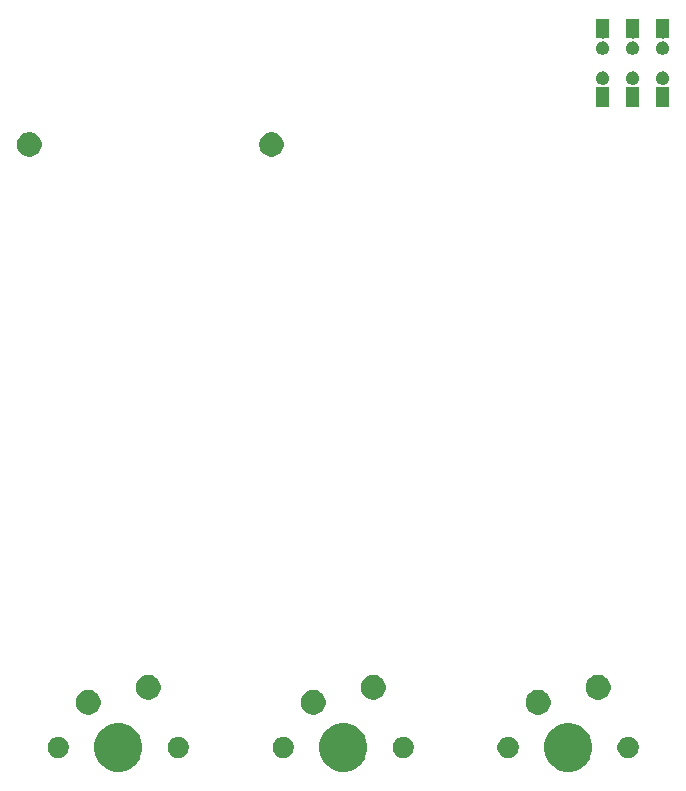
<source format=gbr>
G04 #@! TF.GenerationSoftware,KiCad,Pcbnew,(5.1.5)-3*
G04 #@! TF.CreationDate,2021-01-15T00:08:51-08:00*
G04 #@! TF.ProjectId,KHP2100,4b485032-3130-4302-9e6b-696361645f70,NC*
G04 #@! TF.SameCoordinates,Original*
G04 #@! TF.FileFunction,Soldermask,Bot*
G04 #@! TF.FilePolarity,Negative*
%FSLAX46Y46*%
G04 Gerber Fmt 4.6, Leading zero omitted, Abs format (unit mm)*
G04 Created by KiCad (PCBNEW (5.1.5)-3) date 2021-01-15 00:08:51*
%MOMM*%
%LPD*%
G04 APERTURE LIST*
%ADD10C,0.100000*%
G04 APERTURE END LIST*
D10*
G36*
X167794374Y-116206784D02*
G01*
X168012374Y-116297083D01*
X168166523Y-116360933D01*
X168501448Y-116584723D01*
X168786277Y-116869552D01*
X169010067Y-117204477D01*
X169073917Y-117358626D01*
X169164216Y-117576626D01*
X169242800Y-117971694D01*
X169242800Y-118374506D01*
X169164216Y-118769574D01*
X169080222Y-118972353D01*
X169010067Y-119141723D01*
X168786277Y-119476648D01*
X168501448Y-119761477D01*
X168166523Y-119985267D01*
X168012374Y-120049117D01*
X167794374Y-120139416D01*
X167399306Y-120218000D01*
X166996494Y-120218000D01*
X166601426Y-120139416D01*
X166383426Y-120049117D01*
X166229277Y-119985267D01*
X165894352Y-119761477D01*
X165609523Y-119476648D01*
X165385733Y-119141723D01*
X165315578Y-118972353D01*
X165231584Y-118769574D01*
X165153000Y-118374506D01*
X165153000Y-117971694D01*
X165231584Y-117576626D01*
X165321883Y-117358626D01*
X165385733Y-117204477D01*
X165609523Y-116869552D01*
X165894352Y-116584723D01*
X166229277Y-116360933D01*
X166383426Y-116297083D01*
X166601426Y-116206784D01*
X166996494Y-116128200D01*
X167399306Y-116128200D01*
X167794374Y-116206784D01*
G37*
G36*
X129699524Y-116206784D02*
G01*
X129917524Y-116297083D01*
X130071673Y-116360933D01*
X130406598Y-116584723D01*
X130691427Y-116869552D01*
X130915217Y-117204477D01*
X130979067Y-117358626D01*
X131069366Y-117576626D01*
X131147950Y-117971694D01*
X131147950Y-118374506D01*
X131069366Y-118769574D01*
X130985372Y-118972353D01*
X130915217Y-119141723D01*
X130691427Y-119476648D01*
X130406598Y-119761477D01*
X130071673Y-119985267D01*
X129917524Y-120049117D01*
X129699524Y-120139416D01*
X129304456Y-120218000D01*
X128901644Y-120218000D01*
X128506576Y-120139416D01*
X128288576Y-120049117D01*
X128134427Y-119985267D01*
X127799502Y-119761477D01*
X127514673Y-119476648D01*
X127290883Y-119141723D01*
X127220728Y-118972353D01*
X127136734Y-118769574D01*
X127058150Y-118374506D01*
X127058150Y-117971694D01*
X127136734Y-117576626D01*
X127227033Y-117358626D01*
X127290883Y-117204477D01*
X127514673Y-116869552D01*
X127799502Y-116584723D01*
X128134427Y-116360933D01*
X128288576Y-116297083D01*
X128506576Y-116206784D01*
X128901644Y-116128200D01*
X129304456Y-116128200D01*
X129699524Y-116206784D01*
G37*
G36*
X148749524Y-116206784D02*
G01*
X148967524Y-116297083D01*
X149121673Y-116360933D01*
X149456598Y-116584723D01*
X149741427Y-116869552D01*
X149965217Y-117204477D01*
X150029067Y-117358626D01*
X150119366Y-117576626D01*
X150197950Y-117971694D01*
X150197950Y-118374506D01*
X150119366Y-118769574D01*
X150035372Y-118972353D01*
X149965217Y-119141723D01*
X149741427Y-119476648D01*
X149456598Y-119761477D01*
X149121673Y-119985267D01*
X148967524Y-120049117D01*
X148749524Y-120139416D01*
X148354456Y-120218000D01*
X147951644Y-120218000D01*
X147556576Y-120139416D01*
X147338576Y-120049117D01*
X147184427Y-119985267D01*
X146849502Y-119761477D01*
X146564673Y-119476648D01*
X146340883Y-119141723D01*
X146270728Y-118972353D01*
X146186734Y-118769574D01*
X146108150Y-118374506D01*
X146108150Y-117971694D01*
X146186734Y-117576626D01*
X146277033Y-117358626D01*
X146340883Y-117204477D01*
X146564673Y-116869552D01*
X146849502Y-116584723D01*
X147184427Y-116360933D01*
X147338576Y-116297083D01*
X147556576Y-116206784D01*
X147951644Y-116128200D01*
X148354456Y-116128200D01*
X148749524Y-116206784D01*
G37*
G36*
X153409002Y-117288530D02*
G01*
X153496125Y-117305859D01*
X153605548Y-117351184D01*
X153660261Y-117373847D01*
X153806983Y-117471883D01*
X153807978Y-117472548D01*
X153933602Y-117598172D01*
X153933604Y-117598175D01*
X154032303Y-117745889D01*
X154032303Y-117745890D01*
X154100291Y-117910025D01*
X154134950Y-118084271D01*
X154134950Y-118261929D01*
X154100291Y-118436175D01*
X154054966Y-118545598D01*
X154032303Y-118600311D01*
X153934267Y-118747033D01*
X153933602Y-118748028D01*
X153807978Y-118873652D01*
X153807975Y-118873654D01*
X153660261Y-118972353D01*
X153605548Y-118995016D01*
X153496125Y-119040341D01*
X153409002Y-119057671D01*
X153321881Y-119075000D01*
X153144219Y-119075000D01*
X153057098Y-119057671D01*
X152969975Y-119040341D01*
X152860552Y-118995016D01*
X152805839Y-118972353D01*
X152658125Y-118873654D01*
X152658122Y-118873652D01*
X152532498Y-118748028D01*
X152531833Y-118747033D01*
X152433797Y-118600311D01*
X152411134Y-118545598D01*
X152365809Y-118436175D01*
X152331150Y-118261929D01*
X152331150Y-118084271D01*
X152365809Y-117910025D01*
X152433797Y-117745890D01*
X152433797Y-117745889D01*
X152532496Y-117598175D01*
X152532498Y-117598172D01*
X152658122Y-117472548D01*
X152659117Y-117471883D01*
X152805839Y-117373847D01*
X152860552Y-117351184D01*
X152969975Y-117305859D01*
X153057098Y-117288530D01*
X153144219Y-117271200D01*
X153321881Y-117271200D01*
X153409002Y-117288530D01*
G37*
G36*
X162293852Y-117288530D02*
G01*
X162380975Y-117305859D01*
X162490398Y-117351184D01*
X162545111Y-117373847D01*
X162691833Y-117471883D01*
X162692828Y-117472548D01*
X162818452Y-117598172D01*
X162818454Y-117598175D01*
X162917153Y-117745889D01*
X162917153Y-117745890D01*
X162985141Y-117910025D01*
X163019800Y-118084271D01*
X163019800Y-118261929D01*
X162985141Y-118436175D01*
X162939816Y-118545598D01*
X162917153Y-118600311D01*
X162819117Y-118747033D01*
X162818452Y-118748028D01*
X162692828Y-118873652D01*
X162692825Y-118873654D01*
X162545111Y-118972353D01*
X162490398Y-118995016D01*
X162380975Y-119040341D01*
X162293852Y-119057671D01*
X162206731Y-119075000D01*
X162029069Y-119075000D01*
X161941948Y-119057671D01*
X161854825Y-119040341D01*
X161745402Y-118995016D01*
X161690689Y-118972353D01*
X161542975Y-118873654D01*
X161542972Y-118873652D01*
X161417348Y-118748028D01*
X161416683Y-118747033D01*
X161318647Y-118600311D01*
X161295984Y-118545598D01*
X161250659Y-118436175D01*
X161216000Y-118261929D01*
X161216000Y-118084271D01*
X161250659Y-117910025D01*
X161318647Y-117745890D01*
X161318647Y-117745889D01*
X161417346Y-117598175D01*
X161417348Y-117598172D01*
X161542972Y-117472548D01*
X161543967Y-117471883D01*
X161690689Y-117373847D01*
X161745402Y-117351184D01*
X161854825Y-117305859D01*
X161941948Y-117288530D01*
X162029069Y-117271200D01*
X162206731Y-117271200D01*
X162293852Y-117288530D01*
G37*
G36*
X172453852Y-117288530D02*
G01*
X172540975Y-117305859D01*
X172650398Y-117351184D01*
X172705111Y-117373847D01*
X172851833Y-117471883D01*
X172852828Y-117472548D01*
X172978452Y-117598172D01*
X172978454Y-117598175D01*
X173077153Y-117745889D01*
X173077153Y-117745890D01*
X173145141Y-117910025D01*
X173179800Y-118084271D01*
X173179800Y-118261929D01*
X173145141Y-118436175D01*
X173099816Y-118545598D01*
X173077153Y-118600311D01*
X172979117Y-118747033D01*
X172978452Y-118748028D01*
X172852828Y-118873652D01*
X172852825Y-118873654D01*
X172705111Y-118972353D01*
X172650398Y-118995016D01*
X172540975Y-119040341D01*
X172453852Y-119057671D01*
X172366731Y-119075000D01*
X172189069Y-119075000D01*
X172101948Y-119057671D01*
X172014825Y-119040341D01*
X171905402Y-118995016D01*
X171850689Y-118972353D01*
X171702975Y-118873654D01*
X171702972Y-118873652D01*
X171577348Y-118748028D01*
X171576683Y-118747033D01*
X171478647Y-118600311D01*
X171455984Y-118545598D01*
X171410659Y-118436175D01*
X171376000Y-118261929D01*
X171376000Y-118084271D01*
X171410659Y-117910025D01*
X171478647Y-117745890D01*
X171478647Y-117745889D01*
X171577346Y-117598175D01*
X171577348Y-117598172D01*
X171702972Y-117472548D01*
X171703967Y-117471883D01*
X171850689Y-117373847D01*
X171905402Y-117351184D01*
X172014825Y-117305859D01*
X172101948Y-117288530D01*
X172189069Y-117271200D01*
X172366731Y-117271200D01*
X172453852Y-117288530D01*
G37*
G36*
X143249002Y-117288530D02*
G01*
X143336125Y-117305859D01*
X143445548Y-117351184D01*
X143500261Y-117373847D01*
X143646983Y-117471883D01*
X143647978Y-117472548D01*
X143773602Y-117598172D01*
X143773604Y-117598175D01*
X143872303Y-117745889D01*
X143872303Y-117745890D01*
X143940291Y-117910025D01*
X143974950Y-118084271D01*
X143974950Y-118261929D01*
X143940291Y-118436175D01*
X143894966Y-118545598D01*
X143872303Y-118600311D01*
X143774267Y-118747033D01*
X143773602Y-118748028D01*
X143647978Y-118873652D01*
X143647975Y-118873654D01*
X143500261Y-118972353D01*
X143445548Y-118995016D01*
X143336125Y-119040341D01*
X143249002Y-119057671D01*
X143161881Y-119075000D01*
X142984219Y-119075000D01*
X142897098Y-119057671D01*
X142809975Y-119040341D01*
X142700552Y-118995016D01*
X142645839Y-118972353D01*
X142498125Y-118873654D01*
X142498122Y-118873652D01*
X142372498Y-118748028D01*
X142371833Y-118747033D01*
X142273797Y-118600311D01*
X142251134Y-118545598D01*
X142205809Y-118436175D01*
X142171150Y-118261929D01*
X142171150Y-118084271D01*
X142205809Y-117910025D01*
X142273797Y-117745890D01*
X142273797Y-117745889D01*
X142372496Y-117598175D01*
X142372498Y-117598172D01*
X142498122Y-117472548D01*
X142499117Y-117471883D01*
X142645839Y-117373847D01*
X142700552Y-117351184D01*
X142809975Y-117305859D01*
X142897098Y-117288530D01*
X142984219Y-117271200D01*
X143161881Y-117271200D01*
X143249002Y-117288530D01*
G37*
G36*
X124199002Y-117288530D02*
G01*
X124286125Y-117305859D01*
X124395548Y-117351184D01*
X124450261Y-117373847D01*
X124596983Y-117471883D01*
X124597978Y-117472548D01*
X124723602Y-117598172D01*
X124723604Y-117598175D01*
X124822303Y-117745889D01*
X124822303Y-117745890D01*
X124890291Y-117910025D01*
X124924950Y-118084271D01*
X124924950Y-118261929D01*
X124890291Y-118436175D01*
X124844966Y-118545598D01*
X124822303Y-118600311D01*
X124724267Y-118747033D01*
X124723602Y-118748028D01*
X124597978Y-118873652D01*
X124597975Y-118873654D01*
X124450261Y-118972353D01*
X124395548Y-118995016D01*
X124286125Y-119040341D01*
X124199002Y-119057671D01*
X124111881Y-119075000D01*
X123934219Y-119075000D01*
X123847098Y-119057671D01*
X123759975Y-119040341D01*
X123650552Y-118995016D01*
X123595839Y-118972353D01*
X123448125Y-118873654D01*
X123448122Y-118873652D01*
X123322498Y-118748028D01*
X123321833Y-118747033D01*
X123223797Y-118600311D01*
X123201134Y-118545598D01*
X123155809Y-118436175D01*
X123121150Y-118261929D01*
X123121150Y-118084271D01*
X123155809Y-117910025D01*
X123223797Y-117745890D01*
X123223797Y-117745889D01*
X123322496Y-117598175D01*
X123322498Y-117598172D01*
X123448122Y-117472548D01*
X123449117Y-117471883D01*
X123595839Y-117373847D01*
X123650552Y-117351184D01*
X123759975Y-117305859D01*
X123847098Y-117288530D01*
X123934219Y-117271200D01*
X124111881Y-117271200D01*
X124199002Y-117288530D01*
G37*
G36*
X134359002Y-117288530D02*
G01*
X134446125Y-117305859D01*
X134555548Y-117351184D01*
X134610261Y-117373847D01*
X134756983Y-117471883D01*
X134757978Y-117472548D01*
X134883602Y-117598172D01*
X134883604Y-117598175D01*
X134982303Y-117745889D01*
X134982303Y-117745890D01*
X135050291Y-117910025D01*
X135084950Y-118084271D01*
X135084950Y-118261929D01*
X135050291Y-118436175D01*
X135004966Y-118545598D01*
X134982303Y-118600311D01*
X134884267Y-118747033D01*
X134883602Y-118748028D01*
X134757978Y-118873652D01*
X134757975Y-118873654D01*
X134610261Y-118972353D01*
X134555548Y-118995016D01*
X134446125Y-119040341D01*
X134359002Y-119057671D01*
X134271881Y-119075000D01*
X134094219Y-119075000D01*
X134007098Y-119057671D01*
X133919975Y-119040341D01*
X133810552Y-118995016D01*
X133755839Y-118972353D01*
X133608125Y-118873654D01*
X133608122Y-118873652D01*
X133482498Y-118748028D01*
X133481833Y-118747033D01*
X133383797Y-118600311D01*
X133361134Y-118545598D01*
X133315809Y-118436175D01*
X133281150Y-118261929D01*
X133281150Y-118084271D01*
X133315809Y-117910025D01*
X133383797Y-117745890D01*
X133383797Y-117745889D01*
X133482496Y-117598175D01*
X133482498Y-117598172D01*
X133608122Y-117472548D01*
X133609117Y-117471883D01*
X133755839Y-117373847D01*
X133810552Y-117351184D01*
X133919975Y-117305859D01*
X134007098Y-117288530D01*
X134094219Y-117271200D01*
X134271881Y-117271200D01*
X134359002Y-117288530D01*
G37*
G36*
X164964464Y-113352489D02*
G01*
X165155733Y-113431715D01*
X165155735Y-113431716D01*
X165327873Y-113546735D01*
X165474265Y-113693127D01*
X165589285Y-113865267D01*
X165668511Y-114056536D01*
X165708900Y-114259584D01*
X165708900Y-114466616D01*
X165668511Y-114669664D01*
X165589285Y-114860933D01*
X165589284Y-114860935D01*
X165474265Y-115033073D01*
X165327873Y-115179465D01*
X165155735Y-115294484D01*
X165155734Y-115294485D01*
X165155733Y-115294485D01*
X164964464Y-115373711D01*
X164761416Y-115414100D01*
X164554384Y-115414100D01*
X164351336Y-115373711D01*
X164160067Y-115294485D01*
X164160066Y-115294485D01*
X164160065Y-115294484D01*
X163987927Y-115179465D01*
X163841535Y-115033073D01*
X163726516Y-114860935D01*
X163726515Y-114860933D01*
X163647289Y-114669664D01*
X163606900Y-114466616D01*
X163606900Y-114259584D01*
X163647289Y-114056536D01*
X163726515Y-113865267D01*
X163841535Y-113693127D01*
X163987927Y-113546735D01*
X164160065Y-113431716D01*
X164160067Y-113431715D01*
X164351336Y-113352489D01*
X164554384Y-113312100D01*
X164761416Y-113312100D01*
X164964464Y-113352489D01*
G37*
G36*
X145919614Y-113352489D02*
G01*
X146110883Y-113431715D01*
X146110885Y-113431716D01*
X146283023Y-113546735D01*
X146429415Y-113693127D01*
X146544435Y-113865267D01*
X146623661Y-114056536D01*
X146664050Y-114259584D01*
X146664050Y-114466616D01*
X146623661Y-114669664D01*
X146544435Y-114860933D01*
X146544434Y-114860935D01*
X146429415Y-115033073D01*
X146283023Y-115179465D01*
X146110885Y-115294484D01*
X146110884Y-115294485D01*
X146110883Y-115294485D01*
X145919614Y-115373711D01*
X145716566Y-115414100D01*
X145509534Y-115414100D01*
X145306486Y-115373711D01*
X145115217Y-115294485D01*
X145115216Y-115294485D01*
X145115215Y-115294484D01*
X144943077Y-115179465D01*
X144796685Y-115033073D01*
X144681666Y-114860935D01*
X144681665Y-114860933D01*
X144602439Y-114669664D01*
X144562050Y-114466616D01*
X144562050Y-114259584D01*
X144602439Y-114056536D01*
X144681665Y-113865267D01*
X144796685Y-113693127D01*
X144943077Y-113546735D01*
X145115215Y-113431716D01*
X145115217Y-113431715D01*
X145306486Y-113352489D01*
X145509534Y-113312100D01*
X145716566Y-113312100D01*
X145919614Y-113352489D01*
G37*
G36*
X126869614Y-113352489D02*
G01*
X127060883Y-113431715D01*
X127060885Y-113431716D01*
X127233023Y-113546735D01*
X127379415Y-113693127D01*
X127494435Y-113865267D01*
X127573661Y-114056536D01*
X127614050Y-114259584D01*
X127614050Y-114466616D01*
X127573661Y-114669664D01*
X127494435Y-114860933D01*
X127494434Y-114860935D01*
X127379415Y-115033073D01*
X127233023Y-115179465D01*
X127060885Y-115294484D01*
X127060884Y-115294485D01*
X127060883Y-115294485D01*
X126869614Y-115373711D01*
X126666566Y-115414100D01*
X126459534Y-115414100D01*
X126256486Y-115373711D01*
X126065217Y-115294485D01*
X126065216Y-115294485D01*
X126065215Y-115294484D01*
X125893077Y-115179465D01*
X125746685Y-115033073D01*
X125631666Y-114860935D01*
X125631665Y-114860933D01*
X125552439Y-114669664D01*
X125512050Y-114466616D01*
X125512050Y-114259584D01*
X125552439Y-114056536D01*
X125631665Y-113865267D01*
X125746685Y-113693127D01*
X125893077Y-113546735D01*
X126065215Y-113431716D01*
X126065217Y-113431715D01*
X126256486Y-113352489D01*
X126459534Y-113312100D01*
X126666566Y-113312100D01*
X126869614Y-113352489D01*
G37*
G36*
X131949614Y-112082489D02*
G01*
X132140883Y-112161715D01*
X132140885Y-112161716D01*
X132313023Y-112276735D01*
X132459415Y-112423127D01*
X132574435Y-112595267D01*
X132653661Y-112786536D01*
X132694050Y-112989584D01*
X132694050Y-113196616D01*
X132653661Y-113399664D01*
X132592742Y-113546735D01*
X132574434Y-113590935D01*
X132459415Y-113763073D01*
X132313023Y-113909465D01*
X132140885Y-114024484D01*
X132140884Y-114024485D01*
X132140883Y-114024485D01*
X131949614Y-114103711D01*
X131746566Y-114144100D01*
X131539534Y-114144100D01*
X131336486Y-114103711D01*
X131145217Y-114024485D01*
X131145216Y-114024485D01*
X131145215Y-114024484D01*
X130973077Y-113909465D01*
X130826685Y-113763073D01*
X130711666Y-113590935D01*
X130693358Y-113546735D01*
X130632439Y-113399664D01*
X130592050Y-113196616D01*
X130592050Y-112989584D01*
X130632439Y-112786536D01*
X130711665Y-112595267D01*
X130826685Y-112423127D01*
X130973077Y-112276735D01*
X131145215Y-112161716D01*
X131145217Y-112161715D01*
X131336486Y-112082489D01*
X131539534Y-112042100D01*
X131746566Y-112042100D01*
X131949614Y-112082489D01*
G37*
G36*
X170044464Y-112082489D02*
G01*
X170235733Y-112161715D01*
X170235735Y-112161716D01*
X170407873Y-112276735D01*
X170554265Y-112423127D01*
X170669285Y-112595267D01*
X170748511Y-112786536D01*
X170788900Y-112989584D01*
X170788900Y-113196616D01*
X170748511Y-113399664D01*
X170687592Y-113546735D01*
X170669284Y-113590935D01*
X170554265Y-113763073D01*
X170407873Y-113909465D01*
X170235735Y-114024484D01*
X170235734Y-114024485D01*
X170235733Y-114024485D01*
X170044464Y-114103711D01*
X169841416Y-114144100D01*
X169634384Y-114144100D01*
X169431336Y-114103711D01*
X169240067Y-114024485D01*
X169240066Y-114024485D01*
X169240065Y-114024484D01*
X169067927Y-113909465D01*
X168921535Y-113763073D01*
X168806516Y-113590935D01*
X168788208Y-113546735D01*
X168727289Y-113399664D01*
X168686900Y-113196616D01*
X168686900Y-112989584D01*
X168727289Y-112786536D01*
X168806515Y-112595267D01*
X168921535Y-112423127D01*
X169067927Y-112276735D01*
X169240065Y-112161716D01*
X169240067Y-112161715D01*
X169431336Y-112082489D01*
X169634384Y-112042100D01*
X169841416Y-112042100D01*
X170044464Y-112082489D01*
G37*
G36*
X150999614Y-112082489D02*
G01*
X151190883Y-112161715D01*
X151190885Y-112161716D01*
X151363023Y-112276735D01*
X151509415Y-112423127D01*
X151624435Y-112595267D01*
X151703661Y-112786536D01*
X151744050Y-112989584D01*
X151744050Y-113196616D01*
X151703661Y-113399664D01*
X151642742Y-113546735D01*
X151624434Y-113590935D01*
X151509415Y-113763073D01*
X151363023Y-113909465D01*
X151190885Y-114024484D01*
X151190884Y-114024485D01*
X151190883Y-114024485D01*
X150999614Y-114103711D01*
X150796566Y-114144100D01*
X150589534Y-114144100D01*
X150386486Y-114103711D01*
X150195217Y-114024485D01*
X150195216Y-114024485D01*
X150195215Y-114024484D01*
X150023077Y-113909465D01*
X149876685Y-113763073D01*
X149761666Y-113590935D01*
X149743358Y-113546735D01*
X149682439Y-113399664D01*
X149642050Y-113196616D01*
X149642050Y-112989584D01*
X149682439Y-112786536D01*
X149761665Y-112595267D01*
X149876685Y-112423127D01*
X150023077Y-112276735D01*
X150195215Y-112161716D01*
X150195217Y-112161715D01*
X150386486Y-112082489D01*
X150589534Y-112042100D01*
X150796566Y-112042100D01*
X150999614Y-112082489D01*
G37*
G36*
X142388614Y-66115656D02*
G01*
X142579883Y-66194882D01*
X142579885Y-66194883D01*
X142752023Y-66309902D01*
X142898415Y-66456294D01*
X143013435Y-66628434D01*
X143092661Y-66819703D01*
X143133050Y-67022751D01*
X143133050Y-67229783D01*
X143092661Y-67432831D01*
X143013435Y-67624100D01*
X143013434Y-67624102D01*
X142898415Y-67796240D01*
X142752023Y-67942632D01*
X142579885Y-68057651D01*
X142579884Y-68057652D01*
X142579883Y-68057652D01*
X142388614Y-68136878D01*
X142185566Y-68177267D01*
X141978534Y-68177267D01*
X141775486Y-68136878D01*
X141584217Y-68057652D01*
X141584216Y-68057652D01*
X141584215Y-68057651D01*
X141412077Y-67942632D01*
X141265685Y-67796240D01*
X141150666Y-67624102D01*
X141150665Y-67624100D01*
X141071439Y-67432831D01*
X141031050Y-67229783D01*
X141031050Y-67022751D01*
X141071439Y-66819703D01*
X141150665Y-66628434D01*
X141265685Y-66456294D01*
X141412077Y-66309902D01*
X141584215Y-66194883D01*
X141584217Y-66194882D01*
X141775486Y-66115656D01*
X141978534Y-66075267D01*
X142185566Y-66075267D01*
X142388614Y-66115656D01*
G37*
G36*
X121888614Y-66115656D02*
G01*
X122079883Y-66194882D01*
X122079885Y-66194883D01*
X122252023Y-66309902D01*
X122398415Y-66456294D01*
X122513435Y-66628434D01*
X122592661Y-66819703D01*
X122633050Y-67022751D01*
X122633050Y-67229783D01*
X122592661Y-67432831D01*
X122513435Y-67624100D01*
X122513434Y-67624102D01*
X122398415Y-67796240D01*
X122252023Y-67942632D01*
X122079885Y-68057651D01*
X122079884Y-68057652D01*
X122079883Y-68057652D01*
X121888614Y-68136878D01*
X121685566Y-68177267D01*
X121478534Y-68177267D01*
X121275486Y-68136878D01*
X121084217Y-68057652D01*
X121084216Y-68057652D01*
X121084215Y-68057651D01*
X120912077Y-67942632D01*
X120765685Y-67796240D01*
X120650666Y-67624102D01*
X120650665Y-67624100D01*
X120571439Y-67432831D01*
X120531050Y-67229783D01*
X120531050Y-67022751D01*
X120571439Y-66819703D01*
X120650665Y-66628434D01*
X120765685Y-66456294D01*
X120912077Y-66309902D01*
X121084215Y-66194883D01*
X121084217Y-66194882D01*
X121275486Y-66115656D01*
X121478534Y-66075267D01*
X121685566Y-66075267D01*
X121888614Y-66115656D01*
G37*
G36*
X172673259Y-62260589D02*
G01*
X172692201Y-62276134D01*
X172713812Y-62287685D01*
X172737260Y-62294798D01*
X172761646Y-62297200D01*
X173209900Y-62297200D01*
X173209900Y-63959200D01*
X172107900Y-63959200D01*
X172107900Y-62297200D01*
X172556154Y-62297200D01*
X172580540Y-62294798D01*
X172603989Y-62287685D01*
X172625600Y-62276134D01*
X172644542Y-62260589D01*
X172658900Y-62243093D01*
X172673259Y-62260589D01*
G37*
G36*
X175213259Y-62260589D02*
G01*
X175232201Y-62276134D01*
X175253812Y-62287685D01*
X175277260Y-62294798D01*
X175301646Y-62297200D01*
X175749900Y-62297200D01*
X175749900Y-63959200D01*
X174647900Y-63959200D01*
X174647900Y-62297200D01*
X175096154Y-62297200D01*
X175120540Y-62294798D01*
X175143989Y-62287685D01*
X175165600Y-62276134D01*
X175184542Y-62260589D01*
X175198900Y-62243093D01*
X175213259Y-62260589D01*
G37*
G36*
X170133259Y-62260589D02*
G01*
X170152201Y-62276134D01*
X170173812Y-62287685D01*
X170197260Y-62294798D01*
X170221646Y-62297200D01*
X170669900Y-62297200D01*
X170669900Y-63959200D01*
X169567900Y-63959200D01*
X169567900Y-62297200D01*
X170016154Y-62297200D01*
X170040540Y-62294798D01*
X170063989Y-62287685D01*
X170085600Y-62276134D01*
X170104542Y-62260589D01*
X170118900Y-62243093D01*
X170133259Y-62260589D01*
G37*
G36*
X170282538Y-60953759D02*
G01*
X170384634Y-60996049D01*
X170476514Y-61057441D01*
X170554659Y-61135586D01*
X170616051Y-61227466D01*
X170658341Y-61329563D01*
X170679900Y-61437947D01*
X170679900Y-61548453D01*
X170658341Y-61656837D01*
X170616051Y-61758934D01*
X170554659Y-61850814D01*
X170476514Y-61928959D01*
X170384634Y-61990351D01*
X170333585Y-62011496D01*
X170282538Y-62032641D01*
X170197258Y-62049604D01*
X170173810Y-62056717D01*
X170152200Y-62068268D01*
X170133258Y-62083814D01*
X170118900Y-62101309D01*
X170104542Y-62083813D01*
X170085600Y-62068268D01*
X170063989Y-62056717D01*
X170040542Y-62049604D01*
X169955262Y-62032641D01*
X169904215Y-62011496D01*
X169853166Y-61990351D01*
X169761286Y-61928959D01*
X169683141Y-61850814D01*
X169621749Y-61758934D01*
X169579459Y-61656837D01*
X169557900Y-61548453D01*
X169557900Y-61437947D01*
X169579459Y-61329563D01*
X169621749Y-61227466D01*
X169683141Y-61135586D01*
X169761286Y-61057441D01*
X169853166Y-60996049D01*
X169904215Y-60974904D01*
X169955262Y-60953759D01*
X170063646Y-60932200D01*
X170174154Y-60932200D01*
X170282538Y-60953759D01*
G37*
G36*
X175362538Y-60953759D02*
G01*
X175464634Y-60996049D01*
X175556514Y-61057441D01*
X175634659Y-61135586D01*
X175696051Y-61227466D01*
X175738341Y-61329563D01*
X175759900Y-61437947D01*
X175759900Y-61548453D01*
X175738341Y-61656837D01*
X175696051Y-61758934D01*
X175634659Y-61850814D01*
X175556514Y-61928959D01*
X175464634Y-61990351D01*
X175413585Y-62011496D01*
X175362538Y-62032641D01*
X175277258Y-62049604D01*
X175253810Y-62056717D01*
X175232200Y-62068268D01*
X175213258Y-62083814D01*
X175198900Y-62101309D01*
X175184542Y-62083813D01*
X175165600Y-62068268D01*
X175143989Y-62056717D01*
X175120542Y-62049604D01*
X175035262Y-62032641D01*
X174984215Y-62011496D01*
X174933166Y-61990351D01*
X174841286Y-61928959D01*
X174763141Y-61850814D01*
X174701749Y-61758934D01*
X174659459Y-61656837D01*
X174637900Y-61548453D01*
X174637900Y-61437947D01*
X174659459Y-61329563D01*
X174701749Y-61227466D01*
X174763141Y-61135586D01*
X174841286Y-61057441D01*
X174933166Y-60996049D01*
X174984215Y-60974904D01*
X175035262Y-60953759D01*
X175143646Y-60932200D01*
X175254154Y-60932200D01*
X175362538Y-60953759D01*
G37*
G36*
X172822538Y-60953759D02*
G01*
X172924634Y-60996049D01*
X173016514Y-61057441D01*
X173094659Y-61135586D01*
X173156051Y-61227466D01*
X173198341Y-61329563D01*
X173219900Y-61437947D01*
X173219900Y-61548453D01*
X173198341Y-61656837D01*
X173156051Y-61758934D01*
X173094659Y-61850814D01*
X173016514Y-61928959D01*
X172924634Y-61990351D01*
X172873585Y-62011496D01*
X172822538Y-62032641D01*
X172737258Y-62049604D01*
X172713810Y-62056717D01*
X172692200Y-62068268D01*
X172673258Y-62083814D01*
X172658900Y-62101309D01*
X172644542Y-62083813D01*
X172625600Y-62068268D01*
X172603989Y-62056717D01*
X172580542Y-62049604D01*
X172495262Y-62032641D01*
X172444215Y-62011496D01*
X172393166Y-61990351D01*
X172301286Y-61928959D01*
X172223141Y-61850814D01*
X172161749Y-61758934D01*
X172119459Y-61656837D01*
X172097900Y-61548453D01*
X172097900Y-61437947D01*
X172119459Y-61329563D01*
X172161749Y-61227466D01*
X172223141Y-61135586D01*
X172301286Y-61057441D01*
X172393166Y-60996049D01*
X172444215Y-60974904D01*
X172495262Y-60953759D01*
X172603646Y-60932200D01*
X172714154Y-60932200D01*
X172822538Y-60953759D01*
G37*
G36*
X172673258Y-58362587D02*
G01*
X172692200Y-58378132D01*
X172713811Y-58389683D01*
X172737258Y-58396796D01*
X172822538Y-58413759D01*
X172924634Y-58456049D01*
X173016514Y-58517441D01*
X173094659Y-58595586D01*
X173156051Y-58687466D01*
X173198341Y-58789563D01*
X173219900Y-58897947D01*
X173219900Y-59008453D01*
X173198341Y-59116837D01*
X173156051Y-59218934D01*
X173094659Y-59310814D01*
X173016514Y-59388959D01*
X172924634Y-59450351D01*
X172873585Y-59471496D01*
X172822538Y-59492641D01*
X172714154Y-59514200D01*
X172603646Y-59514200D01*
X172495262Y-59492641D01*
X172444215Y-59471496D01*
X172393166Y-59450351D01*
X172301286Y-59388959D01*
X172223141Y-59310814D01*
X172161749Y-59218934D01*
X172119459Y-59116837D01*
X172097900Y-59008453D01*
X172097900Y-58897947D01*
X172119459Y-58789563D01*
X172161749Y-58687466D01*
X172223141Y-58595586D01*
X172301286Y-58517441D01*
X172393166Y-58456049D01*
X172444215Y-58434904D01*
X172495262Y-58413759D01*
X172580542Y-58396796D01*
X172603990Y-58389683D01*
X172625600Y-58378132D01*
X172644542Y-58362586D01*
X172658900Y-58345091D01*
X172673258Y-58362587D01*
G37*
G36*
X170133258Y-58362587D02*
G01*
X170152200Y-58378132D01*
X170173811Y-58389683D01*
X170197258Y-58396796D01*
X170282538Y-58413759D01*
X170384634Y-58456049D01*
X170476514Y-58517441D01*
X170554659Y-58595586D01*
X170616051Y-58687466D01*
X170658341Y-58789563D01*
X170679900Y-58897947D01*
X170679900Y-59008453D01*
X170658341Y-59116837D01*
X170616051Y-59218934D01*
X170554659Y-59310814D01*
X170476514Y-59388959D01*
X170384634Y-59450351D01*
X170333585Y-59471496D01*
X170282538Y-59492641D01*
X170174154Y-59514200D01*
X170063646Y-59514200D01*
X169955262Y-59492641D01*
X169904215Y-59471496D01*
X169853166Y-59450351D01*
X169761286Y-59388959D01*
X169683141Y-59310814D01*
X169621749Y-59218934D01*
X169579459Y-59116837D01*
X169557900Y-59008453D01*
X169557900Y-58897947D01*
X169579459Y-58789563D01*
X169621749Y-58687466D01*
X169683141Y-58595586D01*
X169761286Y-58517441D01*
X169853166Y-58456049D01*
X169904215Y-58434904D01*
X169955262Y-58413759D01*
X170040542Y-58396796D01*
X170063990Y-58389683D01*
X170085600Y-58378132D01*
X170104542Y-58362586D01*
X170118900Y-58345091D01*
X170133258Y-58362587D01*
G37*
G36*
X175213258Y-58362587D02*
G01*
X175232200Y-58378132D01*
X175253811Y-58389683D01*
X175277258Y-58396796D01*
X175362538Y-58413759D01*
X175464634Y-58456049D01*
X175556514Y-58517441D01*
X175634659Y-58595586D01*
X175696051Y-58687466D01*
X175738341Y-58789563D01*
X175759900Y-58897947D01*
X175759900Y-59008453D01*
X175738341Y-59116837D01*
X175696051Y-59218934D01*
X175634659Y-59310814D01*
X175556514Y-59388959D01*
X175464634Y-59450351D01*
X175413585Y-59471496D01*
X175362538Y-59492641D01*
X175254154Y-59514200D01*
X175143646Y-59514200D01*
X175035262Y-59492641D01*
X174984215Y-59471496D01*
X174933166Y-59450351D01*
X174841286Y-59388959D01*
X174763141Y-59310814D01*
X174701749Y-59218934D01*
X174659459Y-59116837D01*
X174637900Y-59008453D01*
X174637900Y-58897947D01*
X174659459Y-58789563D01*
X174701749Y-58687466D01*
X174763141Y-58595586D01*
X174841286Y-58517441D01*
X174933166Y-58456049D01*
X174984215Y-58434904D01*
X175035262Y-58413759D01*
X175120542Y-58396796D01*
X175143990Y-58389683D01*
X175165600Y-58378132D01*
X175184542Y-58362586D01*
X175198900Y-58345091D01*
X175213258Y-58362587D01*
G37*
G36*
X173209900Y-58149200D02*
G01*
X172761646Y-58149200D01*
X172737260Y-58151602D01*
X172713811Y-58158715D01*
X172692200Y-58170266D01*
X172673258Y-58185811D01*
X172658900Y-58203307D01*
X172644541Y-58185811D01*
X172625599Y-58170266D01*
X172603988Y-58158715D01*
X172580540Y-58151602D01*
X172556154Y-58149200D01*
X172107900Y-58149200D01*
X172107900Y-56487200D01*
X173209900Y-56487200D01*
X173209900Y-58149200D01*
G37*
G36*
X170669900Y-58149200D02*
G01*
X170221646Y-58149200D01*
X170197260Y-58151602D01*
X170173811Y-58158715D01*
X170152200Y-58170266D01*
X170133258Y-58185811D01*
X170118900Y-58203307D01*
X170104541Y-58185811D01*
X170085599Y-58170266D01*
X170063988Y-58158715D01*
X170040540Y-58151602D01*
X170016154Y-58149200D01*
X169567900Y-58149200D01*
X169567900Y-56487200D01*
X170669900Y-56487200D01*
X170669900Y-58149200D01*
G37*
G36*
X175749900Y-58149200D02*
G01*
X175301646Y-58149200D01*
X175277260Y-58151602D01*
X175253811Y-58158715D01*
X175232200Y-58170266D01*
X175213258Y-58185811D01*
X175198900Y-58203307D01*
X175184541Y-58185811D01*
X175165599Y-58170266D01*
X175143988Y-58158715D01*
X175120540Y-58151602D01*
X175096154Y-58149200D01*
X174647900Y-58149200D01*
X174647900Y-56487200D01*
X175749900Y-56487200D01*
X175749900Y-58149200D01*
G37*
M02*

</source>
